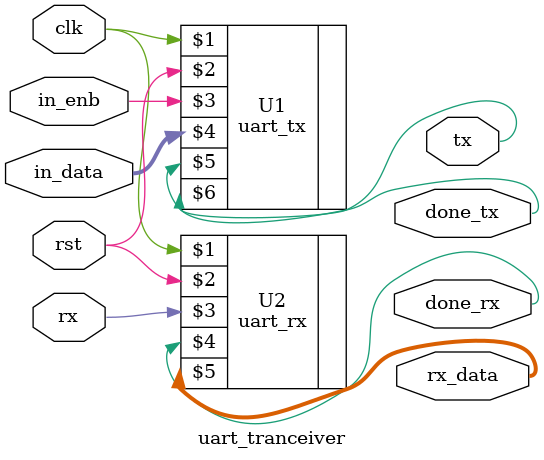
<source format=sv>
`include "uart_tx.sv"
`include "uart_rx.sv"

module uart_tranceiver#(parameter CLK=1000,
                       parameter BAUD_RATE=100)
  (input clk,rst,in_enb,rx,
   input [7:0] in_data,
   output reg tx,done_tx,done_rx,
   output reg[7:0] rx_data);
  
  uart_tx U1(clk,rst,in_enb,in_data,tx,done_tx);
  uart_rx U2(clk,rst,rx,done_rx,rx_data);
  
endmodule

</source>
